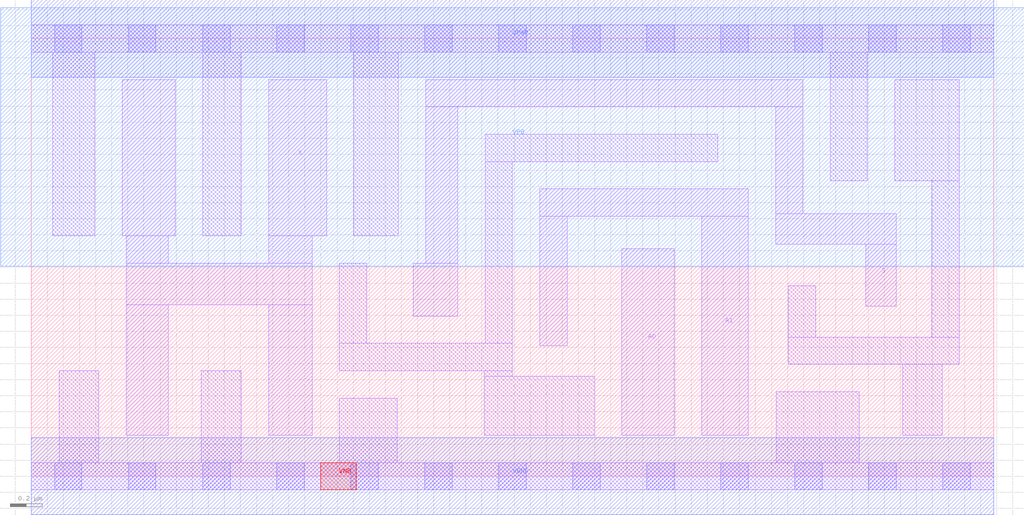
<source format=lef>
# Copyright 2020 The SkyWater PDK Authors
#
# Licensed under the Apache License, Version 2.0 (the "License");
# you may not use this file except in compliance with the License.
# You may obtain a copy of the License at
#
#     https://www.apache.org/licenses/LICENSE-2.0
#
# Unless required by applicable law or agreed to in writing, software
# distributed under the License is distributed on an "AS IS" BASIS,
# WITHOUT WARRANTIES OR CONDITIONS OF ANY KIND, either express or implied.
# See the License for the specific language governing permissions and
# limitations under the License.
#
# SPDX-License-Identifier: Apache-2.0

VERSION 5.7 ;
  NOWIREEXTENSIONATPIN ON ;
  DIVIDERCHAR "/" ;
  BUSBITCHARS "[]" ;
PROPERTYDEFINITIONS
  MACRO maskLayoutSubType STRING ;
  MACRO prCellType STRING ;
  MACRO originalViewName STRING ;
END PROPERTYDEFINITIONS
MACRO sky130_fd_sc_hdll__clkmux2_4
  CLASS CORE ;
  FOREIGN sky130_fd_sc_hdll__clkmux2_4 ;
  ORIGIN  0.000000  0.000000 ;
  SIZE  5.980000 BY  2.720000 ;
  SYMMETRY X Y R90 ;
  SITE unithd ;
  PIN A0
    ANTENNAGATEAREA  0.232200 ;
    DIRECTION INPUT ;
    USE SIGNAL ;
    PORT
      LAYER li1 ;
        RECT 3.670000 0.255000 3.995000 1.415000 ;
    END
  END A0
  PIN A1
    ANTENNAGATEAREA  0.232200 ;
    DIRECTION INPUT ;
    USE SIGNAL ;
    PORT
      LAYER li1 ;
        RECT 3.160000 0.810000 3.330000 1.615000 ;
        RECT 3.160000 1.615000 4.455000 1.785000 ;
        RECT 4.165000 0.255000 4.455000 1.615000 ;
    END
  END A1
  PIN S
    ANTENNAGATEAREA  0.479400 ;
    DIRECTION INPUT ;
    USE SIGNAL ;
    PORT
      LAYER li1 ;
        RECT 2.375000 0.995000 2.650000 1.325000 ;
        RECT 2.450000 1.325000 2.650000 2.295000 ;
        RECT 2.450000 2.295000 4.795000 2.465000 ;
        RECT 4.625000 1.440000 5.375000 1.630000 ;
        RECT 4.625000 1.630000 4.795000 2.295000 ;
        RECT 5.185000 1.055000 5.375000 1.440000 ;
    END
  END S
  PIN VNB
    PORT
      LAYER pwell ;
        RECT 1.800000 -0.085000 2.020000 0.085000 ;
    END
  END VNB
  PIN VPB
    PORT
      LAYER nwell ;
        RECT -0.190000 1.305000 6.170000 2.910000 ;
    END
  END VPB
  PIN X
    ANTENNADIFFAREA  0.860800 ;
    DIRECTION OUTPUT ;
    USE SIGNAL ;
    PORT
      LAYER li1 ;
        RECT 0.565000 1.495000 0.895000 2.465000 ;
        RECT 0.590000 0.255000 0.850000 1.065000 ;
        RECT 0.590000 1.065000 1.745000 1.325000 ;
        RECT 0.590000 1.325000 0.850000 1.495000 ;
        RECT 1.475000 0.255000 1.745000 1.065000 ;
        RECT 1.475000 1.325000 1.745000 1.495000 ;
        RECT 1.475000 1.495000 1.835000 2.465000 ;
    END
  END X
  PIN VGND
    DIRECTION INOUT ;
    USE GROUND ;
    PORT
      LAYER met1 ;
        RECT 0.000000 -0.240000 5.980000 0.240000 ;
    END
  END VGND
  PIN VPWR
    DIRECTION INOUT ;
    USE POWER ;
    PORT
      LAYER met1 ;
        RECT 0.000000 2.480000 5.980000 2.960000 ;
    END
  END VPWR
  OBS
    LAYER li1 ;
      RECT 0.000000 -0.085000 5.980000 0.085000 ;
      RECT 0.000000  2.635000 5.980000 2.805000 ;
      RECT 0.135000  1.495000 0.395000 2.635000 ;
      RECT 0.175000  0.085000 0.420000 0.655000 ;
      RECT 1.055000  0.085000 1.305000 0.655000 ;
      RECT 1.065000  1.495000 1.305000 2.635000 ;
      RECT 1.915000  0.085000 2.275000 0.485000 ;
      RECT 1.915000  0.655000 2.990000 0.825000 ;
      RECT 1.915000  0.825000 2.085000 1.325000 ;
      RECT 2.005000  1.495000 2.280000 2.635000 ;
      RECT 2.815000  0.255000 3.500000 0.620000 ;
      RECT 2.815000  0.620000 2.990000 0.655000 ;
      RECT 2.820000  0.825000 2.990000 1.955000 ;
      RECT 2.820000  1.955000 4.265000 2.125000 ;
      RECT 4.630000  0.085000 5.145000 0.525000 ;
      RECT 4.705000  0.695000 5.765000 0.865000 ;
      RECT 4.705000  0.865000 4.875000 1.185000 ;
      RECT 4.965000  1.835000 5.195000 2.635000 ;
      RECT 5.365000  1.835000 5.765000 2.465000 ;
      RECT 5.415000  0.255000 5.660000 0.695000 ;
      RECT 5.595000  0.865000 5.765000 1.835000 ;
    LAYER mcon ;
      RECT 0.145000 -0.085000 0.315000 0.085000 ;
      RECT 0.145000  2.635000 0.315000 2.805000 ;
      RECT 0.605000 -0.085000 0.775000 0.085000 ;
      RECT 0.605000  2.635000 0.775000 2.805000 ;
      RECT 1.065000 -0.085000 1.235000 0.085000 ;
      RECT 1.065000  2.635000 1.235000 2.805000 ;
      RECT 1.525000 -0.085000 1.695000 0.085000 ;
      RECT 1.525000  2.635000 1.695000 2.805000 ;
      RECT 1.985000 -0.085000 2.155000 0.085000 ;
      RECT 1.985000  2.635000 2.155000 2.805000 ;
      RECT 2.445000 -0.085000 2.615000 0.085000 ;
      RECT 2.445000  2.635000 2.615000 2.805000 ;
      RECT 2.905000 -0.085000 3.075000 0.085000 ;
      RECT 2.905000  2.635000 3.075000 2.805000 ;
      RECT 3.365000 -0.085000 3.535000 0.085000 ;
      RECT 3.365000  2.635000 3.535000 2.805000 ;
      RECT 3.825000 -0.085000 3.995000 0.085000 ;
      RECT 3.825000  2.635000 3.995000 2.805000 ;
      RECT 4.285000 -0.085000 4.455000 0.085000 ;
      RECT 4.285000  2.635000 4.455000 2.805000 ;
      RECT 4.745000 -0.085000 4.915000 0.085000 ;
      RECT 4.745000  2.635000 4.915000 2.805000 ;
      RECT 5.205000 -0.085000 5.375000 0.085000 ;
      RECT 5.205000  2.635000 5.375000 2.805000 ;
      RECT 5.665000 -0.085000 5.835000 0.085000 ;
      RECT 5.665000  2.635000 5.835000 2.805000 ;
  END
  PROPERTY maskLayoutSubType "abstract" ;
  PROPERTY prCellType "standard" ;
  PROPERTY originalViewName "layout" ;
END sky130_fd_sc_hdll__clkmux2_4
END LIBRARY

</source>
